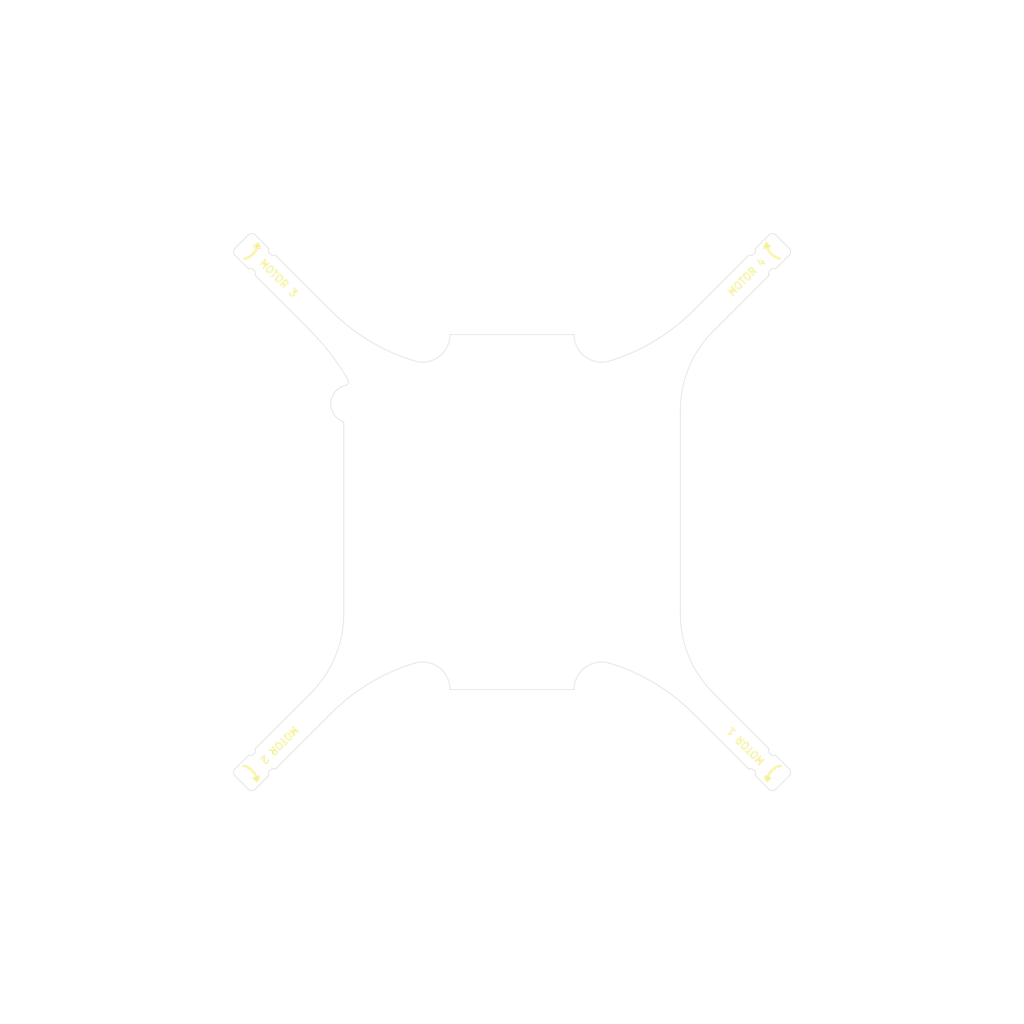
<source format=kicad_pcb>
(kicad_pcb (version 20241229) (generator "pcbnew") (generator_version "9.0")
  (layers (0 "F.Cu" signal) (2 "B.Cu" signal) (13 "F.Paste" user) (15 "B.Paste" user) (5 "F.SilkS" user "F.Silkscreen") (7 "B.SilkS" user "B.Silkscreen") (1 "F.Mask" user) (3 "B.Mask" user) (25 "Edge.Cuts" user))
  (net 0 "")
  (footprint "riskybird:riskybird_frame" (layer "F.Cu") (at 100 100 45)
    (property "Reference" "FID1" (hide yes))
    (property "Value" "DroneFrame" (hide yes))
    (fp_line (start -1 -40) (end 0 -40) (stroke (width 0.05)) (layer "Edge.Cuts"))
    (fp_line (start -1.5 -39.5) (end -1.5 -37.5) (stroke (width 0.05)) (layer "Edge.Cuts"))
    (fp_line (start -39.499999 -1.5) (end -37.499999 -1.5) (stroke (width 0.05)) (layer "Edge.Cuts"))
    (fp_line (start -39.999999 -1) (end -40 0) (stroke (width 0.05)) (layer "Edge.Cuts"))
    (fp_line (start 1 -40) (end 0 -40) (stroke (width 0.05)) (layer "Edge.Cuts"))
    (fp_line (start -39.999999 1) (end -40 0) (stroke (width 0.05)) (layer "Edge.Cuts"))
    (fp_line (start 1.5 -39.5) (end 1.5 -37.5) (stroke (width 0.05)) (layer "Edge.Cuts"))
    (fp_line (start -1.5 -36.500001) (end -1.5 -28.25) (stroke (width 0.05)) (layer "Edge.Cuts"))
    (fp_line (start -36.5 -1.5) (end -28.249999 -1.5) (stroke (width 0.05)) (layer "Edge.Cuts"))
    (fp_line (start -39.499999 1.5) (end -37.499999 1.5) (stroke (width 0.05)) (layer "Edge.Cuts"))
    (fp_line (start 1.5 -36.500001) (end 1.5 -28.25) (stroke (width 0.05)) (layer "Edge.Cuts"))
    (fp_line (start -36.5 1.5) (end -28.249999 1.5) (stroke (width 0.05)) (layer "Edge.Cuts"))
    (fp_line (start -19.941495 -4.941495) (end -5.778212 -19.106273) (stroke (width 0.05)) (layer "Edge.Cuts"))
    (fp_line (start -2.390724 -21.857722) (end -2.261768 -22.186849) (stroke (width 0.05)) (layer "Edge.Cuts"))
    (fp_line (start 8.538368 -17.711632) (end 17.71163 -8.538368) (stroke (width 0.05)) (layer "Edge.Cuts"))
    (fp_line (start -8.538368 17.711632) (end -17.71163 8.538368) (stroke (width 0.05)) (layer "Edge.Cuts"))
    (fp_line (start 4.941495 19.941495) (end 19.941495 4.941495) (stroke (width 0.05)) (layer "Edge.Cuts"))
    (fp_line (start 36.5 -1.5) (end 28.249999 -1.5) (stroke (width 0.05)) (layer "Edge.Cuts"))
    (fp_line (start -1.5 36.5) (end -1.5 28.249999) (stroke (width 0.05)) (layer "Edge.Cuts"))
    (fp_line (start 39.499999 -1.5) (end 37.499999 -1.5) (stroke (width 0.05)) (layer "Edge.Cuts"))
    (fp_line (start -1.5 39.499999) (end -1.5 37.499999) (stroke (width 0.05)) (layer "Edge.Cuts"))
    (fp_line (start 36.5 1.5) (end 28.249999 1.5) (stroke (width 0.05)) (layer "Edge.Cuts"))
    (fp_line (start 1.5 36.5) (end 1.5 28.249999) (stroke (width 0.05)) (layer "Edge.Cuts"))
    (fp_line (start 39.999999 -1) (end 40 0) (stroke (width 0.05)) (layer "Edge.Cuts"))
    (fp_line (start -1 39.999999) (end 0 40) (stroke (width 0.05)) (layer "Edge.Cuts"))
    (fp_line (start 39.999999 1) (end 40 0) (stroke (width 0.05)) (layer "Edge.Cuts"))
    (fp_line (start 39.499999 1.5) (end 37.499999 1.5) (stroke (width 0.05)) (layer "Edge.Cuts"))
    (fp_line (start 1.5 39.499999) (end 1.5 37.499999) (stroke (width 0.05)) (layer "Edge.Cuts"))
    (fp_line (start 1 39.999999) (end 0 40) (stroke (width 0.05)) (layer "Edge.Cuts"))
    (fp_arc (start -1.5 -39.5) (mid -1.353553 -39.853553) (end -1 -40) (stroke (width 0.05)) (layer "Edge.Cuts"))
    (fp_arc (start -39.999999 -1) (mid -39.853552 -1.353554) (end -39.499999 -1.5) (stroke (width 0.05)) (layer "Edge.Cuts"))
    (fp_arc (start 1 -40) (mid 1.353553 -39.853553) (end 1.5 -39.5) (stroke (width 0.05)) (layer "Edge.Cuts"))
    (fp_arc (start -1.5 -37.499999) (mid -1.190984 -37) (end -1.5 -36.500001) (stroke (width 0.05)) (layer "Edge.Cuts"))
    (fp_arc (start -36.5 -1.5) (mid -36.999999 -1.190984) (end -37.499998 -1.5) (stroke (width 0.05)) (layer "Edge.Cuts"))
    (fp_arc (start -39.499999 1.5) (mid -39.853553 1.353553) (end -39.999999 1) (stroke (width 0.05)) (layer "Edge.Cuts"))
    (fp_arc (start -37.499998 1.5) (mid -36.999999 1.190984) (end -36.5 1.5) (stroke (width 0.05)) (layer "Edge.Cuts"))
    (fp_arc (start 1.5 -36.500001) (mid 1.190984 -37) (end 1.5 -37.499999) (stroke (width 0.05)) (layer "Edge.Cuts"))
    (fp_arc (start -1.5 -28.25) (mid -1.705539 -25.196394) (end -2.261768 -22.186849) (stroke (width 0.05)) (layer "Edge.Cuts"))
    (fp_arc (start -28.249999 1.5) (mid -23.149511 2.128818) (end -18.35448 3.977617) (stroke (width 0.05)) (layer "Edge.Cuts"))
    (fp_arc (start -5.778212 -19.106273) (mid -5.318649 -21.490621) (end -2.896051 -21.655923) (stroke (width 0.05)) (layer "Edge.Cuts"))
    (fp_arc (start -19.941495 -4.941495) (mid -23.753469 -2.394416) (end -28.249999 -1.5) (stroke (width 0.05)) (layer "Edge.Cuts"))
    (fp_arc (start -2.390724 -21.857722) (mid -2.600031 -21.648252) (end -2.896051 -21.655924) (stroke (width 0.05)) (layer "Edge.Cuts"))
    (fp_arc (start 3.977617 -18.35448) (mid 2.128819 -23.149512) (end 1.5 -28.25) (stroke (width 0.05)) (layer "Edge.Cuts"))
    (fp_arc (start -18.35448 3.977617) (mid -16.895531 6.097655) (end -17.71163 8.538368) (stroke (width 0.05)) (layer "Edge.Cuts"))
    (fp_arc (start 8.538368 -17.711632) (mid 6.097656 -16.895529) (end 3.977617 -18.35448) (stroke (width 0.05)) (layer "Edge.Cuts"))
    (fp_arc (start -8.538368 17.711632) (mid -6.097655 16.895529) (end -3.977617 18.35448) (stroke (width 0.05)) (layer "Edge.Cuts"))
    (fp_arc (start 18.35448 -3.977617) (mid 16.895527 -6.097656) (end 17.71163 -8.538368) (stroke (width 0.05)) (layer "Edge.Cuts"))
    (fp_arc (start -3.977617 18.35448) (mid -2.128819 23.149512) (end -1.5 28.25) (stroke (width 0.05)) (layer "Edge.Cuts"))
    (fp_arc (start 19.941495 4.941495) (mid 23.753469 2.394415) (end 28.249999 1.5) (stroke (width 0.05)) (layer "Edge.Cuts"))
    (fp_arc (start 28.249999 -1.5) (mid 23.149511 -2.128819) (end 18.35448 -3.977617) (stroke (width 0.05)) (layer "Edge.Cuts"))
    (fp_arc (start 1.5 28.249999) (mid 2.394416 23.753469) (end 4.941495 19.941495) (stroke (width 0.05)) (layer "Edge.Cuts"))
    (fp_arc (start -1.5 36.5) (mid -1.190984 36.999999) (end -1.5 37.499998) (stroke (width 0.05)) (layer "Edge.Cuts"))
    (fp_arc (start 37.499998 -1.5) (mid 36.999999 -1.190984) (end 36.5 -1.5) (stroke (width 0.05)) (layer "Edge.Cuts"))
    (fp_arc (start 39.499999 -1.5) (mid 39.853553 -1.353553) (end 39.999999 -1) (stroke (width 0.05)) (layer "Edge.Cuts"))
    (fp_arc (start 36.5 1.5) (mid 36.999999 1.190984) (end 37.499998 1.5) (stroke (width 0.05)) (layer "Edge.Cuts"))
    (fp_arc (start 1.5 37.499998) (mid 1.190985 36.999999) (end 1.5 36.5) (stroke (width 0.05)) (layer "Edge.Cuts"))
    (fp_arc (start -1 39.999999) (mid -1.353554 39.853552) (end -1.5 39.499999) (stroke (width 0.05)) (layer "Edge.Cuts"))
    (fp_arc (start 39.999999 1) (mid 39.853551 1.353553) (end 39.499999 1.5) (stroke (width 0.05)) (layer "Edge.Cuts"))
    (fp_arc (start 1.5 39.499999) (mid 1.353553 39.853553) (end 1 39.999999) (stroke (width 0.05)) (layer "Edge.Cuts"))
  )
  (gr_poly (pts (xy 126.613129 128.222755) (xy 126.374628 127.6) (xy 127.108683 127.817302) (xy 126.613315 128.224101)) (stroke (width 0.12)) (fill yes) (layer "F.SilkS"))
  (gr_poly (pts (xy 126.54045 71.794547) (xy 126.301949 72.417302) (xy 127.036004 72.2) (xy 126.540636 71.793201)) (stroke (width 0.12)) (fill yes) (layer "F.SilkS"))
  (gr_arc (start 71.901949 126.527049) (mid 72.80579 127.023208) (end 73.301948 127.927048) (stroke (width 0.25)) (layer "F.SilkS"))
  (gr_arc (start 126.67268 127.927048) (mid 127.16884 127.023209) (end 128.072679 126.527049) (stroke (width 0.25)) (layer "F.SilkS"))
  (gr_arc (start 73.399484 72.119755) (mid 72.903325 73.023595) (end 71.999485 73.519754) (stroke (width 0.25)) (layer "F.SilkS"))
  (gr_poly (pts (xy 73.459035 71.824048) (xy 73.697536 72.446803) (xy 72.963481 72.229501) (xy 73.458849 71.822702)) (stroke (width 0.12)) (fill yes) (layer "F.SilkS"))
  (gr_poly (pts (xy 73.361499 128.222755) (xy 73.6 127.6) (xy 72.865945 127.817302) (xy 73.361313 128.224101)) (stroke (width 0.12)) (fill yes) (layer "F.SilkS"))
  (gr_arc (start 128 73.490253) (mid 127.09616 72.994094) (end 126.600001 72.090254) (stroke (width 0.25)) (layer "F.SilkS"))
  (gr_text "MOTOR 2" (at 77.2 122.2 225) (layer "F.SilkS") (effects (font (size 0.75 0.75)) (justify left bottom)))
  (gr_text "MOTOR 1" (at 126.6 126 135) (layer "F.SilkS") (effects (font (size 0.75 0.75)) (justify left bottom)))
  (gr_text "MOTOR 3" (at 73.4 74 315) (layer "F.SilkS") (effects (font (size 0.75 0.75)) (justify left bottom)))
  (gr_text "MOTOR 4" (at 123 77.6 45) (layer "F.SilkS") (effects (font (size 0.75 0.75)) (justify left bottom)))
)
</source>
